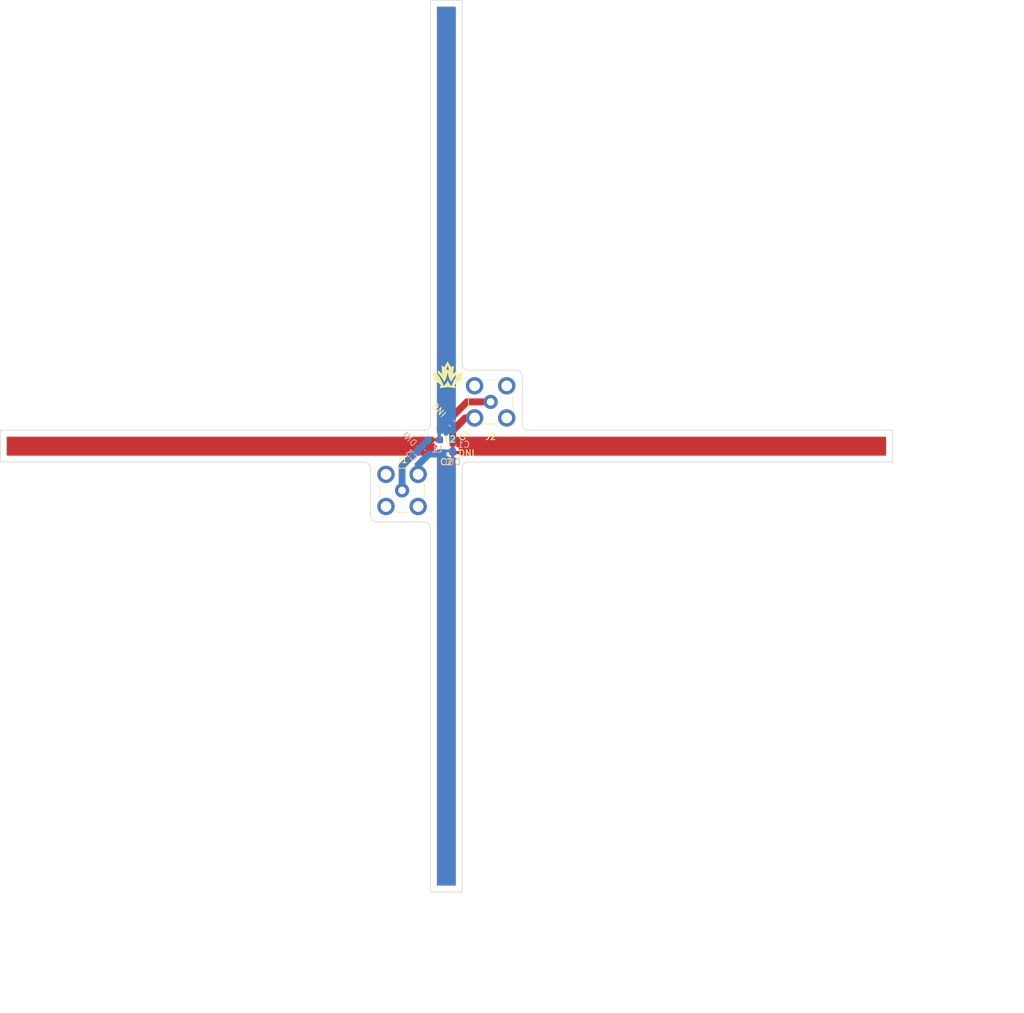
<source format=kicad_pcb>
(kicad_pcb (version 20211014) (generator pcbnew)
  (title_block (title "Antenna Prototype") (company "Waterloo Rocketry") (comment 1 "Rio Liu") (comment 2 "Rev 0"))
  (layers (0 "F.Cu" signal) (31 "B.Cu" signal) (34 "B.Paste" user) (35 "F.Paste" user) (36 "B.SilkS" user "B.Silkscreen") (37 "F.SilkS" user "F.Silkscreen") (38 "B.Mask" user) (39 "F.Mask" user) (44 "Edge.Cuts" user))
  (net 0 "")
  (net 1 "Net-(J1-Pad1)")
  (net 2 "/ANT1_N")
  (net 3 "/ANT2_N")
  (net 4 "/ANT1_P")
  (net 5 "/ANT2_P")
  (net 6 "Net-(J2-Pad1)")
  (footprint "Capacitor_SMD:C_0603_1608Metric_Pad1.08x0.95mm_HandSolder" (layer "F.Cu") (at 135.1375 109.5)
    (fp_text reference "C2" (at -0.146267 1.5) (layer "F.SilkS"))
    (fp_text value "DNI" (at 3.0625 0.1) (layer "F.SilkS"))
    (fp_line (start -0.146267 -0.51) (end 0.146267 -0.51) (layer "F.SilkS") (width 0.12))
    (fp_line (start -0.146267 0.51) (end 0.146267 0.51) (layer "F.SilkS") (width 0.12))
    (pad "1" smd roundrect (at -0.8625 0) (size 1.075 0.95) (layers "F.Cu" "F.Paste" "F.Mask") (net 5 "/ANT2_P"))
    (pad "2" smd roundrect (at 0.8625 0) (size 1.075 0.95) (layers "F.Cu" "F.Paste" "F.Mask") (net 3 "/ANT2_N"))
  )
  (footprint "Inductor_SMD:L_0603_1608Metric_Pad1.05x0.95mm_HandSolder" (layer "F.Cu") (at 134 106.625 90)
    (fp_text reference "L2" (at -0.775 1.6 180) (layer "F.SilkS"))
    (fp_text value "12n5" hide)
    (fp_line (start -0.171267 0.51) (end 0.171267 0.51) (layer "F.SilkS") (width 0.12))
    (fp_line (start -0.171267 -0.51) (end 0.171267 -0.51) (layer "F.SilkS") (width 0.12))
    (pad "1" smd roundrect (at -0.875 0 90) (size 1.05 0.95) (layers "F.Cu" "F.Paste" "F.Mask") (net 5 "/ANT2_P"))
    (pad "2" smd roundrect (at 0.875 0 90) (size 1.05 0.95) (layers "F.Cu" "F.Paste" "F.Mask") (net 6 "Net-(J2-Pad1)"))
  )
  (footprint "Connector_Coaxial:SMB_Jack_Vertical" (layer "F.Cu") (at 128 115.5)
    (fp_text reference "J1" (at 0 -4.85) (layer "F.SilkS"))
    (fp_text value "Conn_Coaxial" hide)
    (fp_line (start -1 -3.5052) (end 1 -3.5052) (layer "F.SilkS") (width 0.12))
    (fp_line (start 1 3.5052) (end -1 3.5052) (layer "F.SilkS") (width 0.12))
    (fp_line (start 3.5052 -1) (end 3.5052 1) (layer "F.SilkS") (width 0.12))
    (fp_line (start -3.5052 1) (end -3.5052 -1) (layer "F.SilkS") (width 0.12))
    (pad "" np_thru_hole circle (at -2.54 -2.54) (size 2.74 2.74) (drill 1.7) (layers F&B.Cu *.Mask))
    (pad "" np_thru_hole circle (at -2.54 2.54) (size 2.74 2.74) (drill 1.7) (layers F&B.Cu *.Mask))
    (pad "" np_thru_hole circle (at 2.54 2.54) (size 2.74 2.74) (drill 1.7) (layers F&B.Cu *.Mask))
    (pad "1" thru_hole circle (at 0 0) (size 2.24 2.24) (drill 1.2) (layers *.Cu *.Mask) (net 1 "Net-(J1-Pad1)"))
    (pad "2" thru_hole circle (at 2.54 -2.54) (size 2.74 2.74) (drill 1.7) (layers *.Cu *.Mask) (net 2 "/ANT1_N"))
  )
  (footprint "Capacitor_SMD:C_0603_1608Metric_Pad1.08x0.95mm_HandSolder" (layer "F.Cu") (at 135.89012 104.89012 -45)
    (fp_text reference "C4" (at 2.700978 0 225) (layer "F.SilkS"))
    (fp_text value "DNI" (at -2.955876 0 -45) (layer "F.SilkS"))
    (fp_line (start -0.146267 -0.51) (end 0.146267 -0.51) (layer "F.SilkS") (width 0.12))
    (fp_line (start -0.146267 0.51) (end 0.146267 0.51) (layer "F.SilkS") (width 0.12))
    (pad "1" smd roundrect (at -0.8625 0 315) (size 1.075 0.95) (layers "F.Cu" "F.Paste" "F.Mask") (net 6 "Net-(J2-Pad1)"))
    (pad "2" smd roundrect (at 0.8625 0 315) (size 1.075 0.95) (layers "F.Cu" "F.Paste" "F.Mask") (net 3 "/ANT2_N"))
  )
  (footprint "Connector_Coaxial:SMB_Jack_Vertical" (layer "F.Cu") (at 142 101.5)
    (fp_text reference "J2" (at 0 5.5) (layer "F.SilkS"))
    (fp_text value "Conn_Coaxial" hide)
    (fp_line (start 1 3.5052) (end -1 3.5052) (layer "F.SilkS") (width 0.12))
    (fp_line (start 3.5052 -1) (end 3.5052 1) (layer "F.SilkS") (width 0.12))
    (fp_line (start -3.5052 1) (end -3.5052 -1) (layer "F.SilkS") (width 0.12))
    (fp_line (start -1 -3.5052) (end 1 -3.5052) (layer "F.SilkS") (width 0.12))
    (pad "" np_thru_hole circle (at -2.54 -2.54) (size 2.74 2.74) (drill 1.7) (layers F&B.Cu *.Mask))
    (pad "" np_thru_hole circle (at 2.54 2.54) (size 2.74 2.74) (drill 1.7) (layers F&B.Cu *.Mask))
    (pad "" np_thru_hole circle (at 2.54 -2.54) (size 2.74 2.74) (drill 1.7) (layers F&B.Cu *.Mask))
    (pad "1" thru_hole circle (at 0 0) (size 2.24 2.24) (drill 1.2) (layers *.Cu *.Mask) (net 6 "Net-(J2-Pad1)"))
    (pad "2" thru_hole circle (at -2.54 2.54) (size 2.74 2.74) (drill 1.7) (layers *.Cu *.Mask) (net 3 "/ANT2_N"))
  )
  (footprint "Team_Logo:Logo_SilkScreen_5mm" (layer "F.Cu") (at 135.2 97.2)
    (fp_text reference "G***" hide)
    (fp_text value "LOGO" hide)
    (fp_poly (pts (xy -2.399303 -0.40603) (xy -2.379967 -0.4026) (xy -2.349648 -0.39697) (xy -2.309681 -0.389395) (xy -2.261401 -0.380129) (xy -2.206141 -0.369428) (xy -2.145238 -0.357545) (xy -2.080024 -0.344737) (xy -2.078906 -0.344516) (xy -1.998323 -0.328526) (xy -1.930525 -0.314818) (xy -1.874604 -0.303185) (xy -1.829652 -0.29342) (xy -1.794761 -0.285317) (xy -1.769022 -0.27867) (xy -1.751526 -0.273271) (xy -1.741367 -0.268915) (xy -1.738898 -0.267196) (xy -1.726426 -0.253773) (xy -1.707274 -0.230344) (xy -1.682553 -0.198434) (xy -1.653376 -0.159567) (xy -1.620856 -0.115268) (xy -1.586104 -0.067063) (xy -1.550233 -0.016476) (xy -1.514356 0.034969) (xy -1.479585 0.085745) (xy -1.457727 0.118234) (xy -1.354458 0.277334) (xy -1.253281 0.441776) (xy -1.155346 0.609429) (xy -1.061801 0.778163) (xy -0.973798 0.945847) (xy -0.892487 1.110352) (xy -0.819016 1.269546) (xy -0.755218 1.419617) (xy -0.739134 1.46063) (xy -0.72165 1.507438) (xy -0.703589 1.557618) (xy -0.68577 1.608749) (xy -0.669013 1.658409) (xy -0.65414 1.704176) (xy -0.64197 1.743629) (xy -0.633324 1.774346) (xy -0.629611 1.790372) (xy -0.625353 1.807015) (xy -0.62088 1.815845) (xy -0.619923 1.816274) (xy -0.613246 1.811234) (xy -0.598928 1.797142) (xy -0.578354 1.775541) (xy -0.552912 1.747973) (xy -0.523984 1.715981) (xy -0.492958 1.681108) (xy -0.461218 1.644897) (xy -0.430149 1.608889) (xy -0.401136 1.574628) (xy -0.379951 1.54904) (xy -0.315069 1.46714) (xy -0.25532 1.386123) (xy -0.198583 1.302812) (xy -0.142732 1.214035) (xy -0.085646 1.116615) (xy -0.059188 1.069471) (xy -0.039487 1.034757) (xy -0.021834 1.005166) (xy -0.00738 0.982505) (xy 0.002728 0.968579) (xy 0.007259 0.965088) (xy 0.012526 0.973146) (xy 0.022843 0.990848) (xy 0.036705 1.015556) (xy 0.052178 1.043836) (xy 0.129089 1.179716) (xy 0.207247 1.30481) (xy 0.28871 1.422225) (xy 0.375537 1.53507) (xy 0.386337 1.548357) (xy 0.412781 1.580211) (xy 0.442384 1.61504) (xy 0.473767 1.651306) (xy 0.505545 1.687468) (xy 0.536339 1.721989) (xy 0.564766 1.753329) (xy 0.589445 1.779948) (xy 0.608992 1.800309) (xy 0.622028 1.812872) (xy 0.626883 1.816274) (xy 0.631129 1.810181) (xy 0.63561 1.795069) (xy 0.636571 1.790372) (xy 0.641986 1.767926) (xy 0.651549 1.7349) (xy 0.66444 1.693717) (xy 0.679838 1.646799) (xy 0.696924 1.596567) (xy 0.714876 1.545443) (xy 0.732873 1.495849) (xy 0.750097 1.450206) (xy 0.762178 1.419617) (xy 0.825492 1.270701) (xy 0.897659 1.114261) (xy 0.977518 0.952442) (xy 1.063912 0.78739) (xy 1.155683 0.621251) (xy 1.251672 0.456171) (xy 1.350722 0.294296) (xy 1.451675 0.137772) (xy 1.463995 0.119251) (xy 1.497378 0.069822) (xy 1.532611 0.018694) (xy 1.568585 -0.032611) (xy 1.604188 -0.08257) (xy 1.638312 -0.129661) (xy 1.669845 -0.172361) (xy 1.697678 -0.209146) (xy 1.7207 -0.238496) (xy 1.737802 -0.258886) (xy 1.745553 -0.266921) (xy 1.752906 -0.270889) (xy 1.767791 -0.275934) (xy 1.791057 -0.282248) (xy 1.823552 -0.290023) (xy 1.866124 -0.299453) (xy 1.919624 -0.310729) (xy 1.984898 -0.324045) (xy 2.062795 -0.339593) (xy 2.085561 -0.344092) (xy 2.150866 -0.356936) (xy 2.211884 -0.368863) (xy 2.267281 -0.379618) (xy 2.315724 -0.388945) (xy 2.355878 -0.396588) (xy 2.386409 -0.402292) (xy 2.405985 -0.405802) (xy 2.413271 -0.406863) (xy 2.413282 -0.406857) (xy 2.411871 -0.400157) (xy 2.407357 -0.381354) (xy 2.400092 -0.351829) (xy 2.390424 -0.312961) (xy 2.378704 -0.266131) (xy 2.365282 -0.212718) (xy 2.350509 -0.154103) (xy 2.334733 -0.091666) (xy 2.318307 -0.026786) (xy 2.301579 0.039155) (xy 2.284899 0.104779) (xy 2.268619 0.168704) (xy 2.253087 0.229551) (xy 2.238655 0.28594) (xy 2.225672 0.336491) (xy 2.214488 0.379823) (xy 2.205454 0.414557) (xy 2.19892 0.439312) (xy 2.195235 0.452708) (xy 2.195076 0.453241) (xy 2.196765 0.458541) (xy 2.205068 0.466598) (xy 2.221059 0.478116) (xy 2.245815 0.493804) (xy 2.280413 0.514366) (xy 2.325929 0.540511) (xy 2.341465 0.549317) (xy 2.382695 0.57284) (xy 2.419584 0.594285) (xy 2.450494 0.612666) (xy 2.473786 0.626997) (xy 2.487821 0.636294) (xy 2.491288 0.6394) (xy 2.485575 0.643811) (xy 2.468909 0.655347) (xy 2.442003 0.673538) (xy 2.405567 0.697913) (xy 2.360312 0.728004) (xy 2.30695 0.76334) (xy 2.246192 0.803452) (xy 2.178749 0.84787) (xy 2.105332 0.896125) (xy 2.026653 0.947746) (xy 1.943423 1.002264) (xy 1.856352 1.05921) (xy 1.788519 1.103515) (xy 1.699009 1.162002) (xy 1.6128 1.218441) (xy 1.530605 1.27236) (xy 1.453136 1.323288) (xy 1.381103 1.370752) (xy 1.315218 1.414282) (xy 1.256194 1.453407) (xy 1.204741 1.487654) (xy 1.161572 1.516551) (xy 1.127398 1.539629) (xy 1.10293 1.556414) (xy 1.088881 1.566436) (xy 1.085609 1.569233) (xy 1.087617 1.577185) (xy 1.093405 1.596948) (xy 1.102527 1.627073) (xy 1.114537 1.666109) (xy 1.128987 1.712609) (xy 1.14543 1.765123) (xy 1.163421 1.8222) (xy 1.169899 1.842667) (xy 1.188187 1.900842) (xy 1.204891 1.954858) (xy 1.219588 2.003284) (xy 1.231858 2.044691) (xy 1.241279 2.077649) (xy 1.247428 2.100726) (xy 1.249885 2.112494) (xy 1.24979 2.113681) (xy 1.242366 2.113537) (xy 1.222111 2.111817) (xy 1.190012 2.108631) (xy 1.147052 2.10409) (xy 1.094217 2.098305) (xy 1.032491 2.091385) (xy 0.962861 2.083441) (xy 0.886309 2.074584) (xy 0.803823 2.064924) (xy 0.716386 2.054571) (xy 0.624983 2.043637) (xy 0.624365 2.043562) (xy 0.00348 1.968904) (xy -0.604682 2.042206) (xy -0.695479 2.053127) (xy -0.782541 2.063557) (xy -0.864846 2.073374) (xy -0.941372 2.08246) (xy -1.011098 2.090694) (xy -1.073003 2.097956) (xy -1.126065 2.104126) (xy -1.169262 2.109085) (xy -1.201573 2.112712) (xy -1.221976 2.114888) (xy -1.229244 2.115507) (xy -1.241843 2.113419) (xy -1.245644 2.109732) (xy -1.243606 2.102038) (xy -1.237792 2.082534) (xy -1.228652 2.052669) (xy -1.216636 2.013894) (xy -1.202194 1.967658) (xy -1.185777 1.915412) (xy -1.167833 1.858605) (xy -1.162137 1.840631) (xy -1.143807 1.782644) (xy -1.126871 1.728704) (xy -1.111779 1.680273) (xy -1.098982 1.638814) (xy -1.08893 1.605788) (xy -1.082074 1.582658) (xy -1.078865 1.570887) (xy -1.07868 1.56979) (xy -1.084401 1.565101) (xy -1.101077 1.553295) (xy -1.127996 1.534844) (xy -1.164447 1.51022) (xy -1.209717 1.479894) (xy -1.263097 1.44434) (xy -1.323873 1.404028) (xy -1.391335 1.359433) (xy -1.464771 1.311025) (xy -1.54347 1.259276) (xy -1.626719 1.20466) (xy -1.713808 1.147648) (xy -1.781529 1.103395) (xy -1.871025 1.044918) (xy -1.957219 0.988516) (xy -2.039398 0.934658) (xy -2.116852 0.883814) (xy -2.18887 0.836454) (xy -2.254741 0.793047) (xy -2.313754 0.754064) (xy -2.365197 0.719972) (xy -2.408359 0.691244) (xy -2.442529 0.668346) (xy -2.466997 0.651751) (xy -2.48105 0.641926) (xy -2.484328 0.63928) (xy -2.478524 0.634556) (xy -2.462203 0.624037) (xy -2.437005 0.608707) (xy -2.404568 0.58955) (xy -2.366532 0.567549) (xy -2.334506 0.549317) (xy -2.285592 0.521406) (xy -2.247911 0.499284) (xy -2.220387 0.482243) (xy -2.201943 0.469578) (xy -2.191503 0.460582) (xy -2.18799 0.454548) (xy -2.188116 0.453241) (xy -2.191584 0.440724) (xy -2.197926 0.416746) (xy -2.206793 0.382687) (xy -2.217835 0.339928) (xy -2.230701 0.289849) (xy -2.245041 0.233829) (xy -2.260505 0.17325) (xy -2.276744 0.109492) (xy -2.293407 0.043934) (xy -2.310143 -0.022043) (xy -2.326604 -0.087059) (xy -2.342438 -0.149733) (xy -2.357295 -0.208686) (xy -2.370827 -0.262537) (xy -2.382681 -0.309906) (xy -2.392509 -0.349412) (xy -2.39996 -0.379676) (xy -2.404685 -0.399318) (xy -2.406332 -0.406956) (xy -2.406323 -0.407006) (xy -2.399303 -0.40603)) (layer "F.SilkS") (width 0.01) (fill solid))
    (fp_poly (pts (xy 0.007914 -2.102095) (xy 0.018516 -2.084931) (xy 0.034733 -2.057506) (xy 0.056017 -2.020785) (xy 0.081817 -1.975731) (xy 0.111583 -1.92331) (xy 0.144765 -1.864485) (xy 0.180813 -1.800222) (xy 0.219176 -1.731483) (xy 0.252447 -1.671606) (xy 0.292369 -1.599633) (xy 0.330398 -1.531105) (xy 0.365983 -1.467012) (xy 0.398574 -1.408344) (xy 0.427619 -1.356092) (xy 0.452569 -1.311245) (xy 0.472873 -1.274795) (xy 0.48798 -1.24773) (xy 0.497339 -1.231042) (xy 0.500334 -1.225803) (xy 0.504557 -1.224399) (xy 0.51441 -1.22605) (xy 0.530913 -1.231149) (xy 0.55509 -1.240091) (xy 0.587962 -1.253272) (xy 0.630551 -1.271084) (xy 0.68388 -1.293924) (xy 0.740783 -1.318615) (xy 0.794229 -1.34174) (xy 0.843633 -1.362802) (xy 0.887555 -1.38121) (xy 0.924557 -1.396375) (xy 0.953199 -1.407707) (xy 0.972043 -1.414618) (xy 0.979651 -1.416518) (xy 0.9797 -1.416483) (xy 0.97968 -1.409077) (xy 0.978395 -1.388792) (xy 0.97593 -1.356601) (xy 0.972371 -1.313478) (xy 0.967805 -1.260395) (xy 0.962318 -1.198327) (xy 0.955995 -1.128245) (xy 0.948924 -1.051124) (xy 0.94119 -0.967936) (xy 0.93288 -0.879655) (xy 0.92408 -0.787253) (xy 0.922606 -0.771887) (xy 0.913721 -0.678942) (xy 0.905282 -0.589986) (xy 0.897379 -0.50599) (xy 0.890099 -0.427923) (xy 0.883532 -0.356756) (xy 0.877764 -0.293459) (xy 0.872885 -0.239002) (xy 0.868983 -0.194357) (xy 0.866146 -0.160493) (xy 0.864462 -0.138381) (xy 0.86402 -0.12899) (xy 0.864073 -0.128731) (xy 0.869652 -0.132689) (xy 0.884688 -0.145113) (xy 0.908257 -0.165197) (xy 0.939434 -0.192137) (xy 0.977296 -0.225127) (xy 1.020918 -0.263364) (xy 1.069376 -0.306041) (xy 1.121745 -0.352354) (xy 1.168061 -0.39346) (xy 1.223108 -0.442306) (xy 1.2751 -0.488277) (xy 1.3231 -0.530555) (xy 1.366174 -0.568324) (xy 1.403385 -0.600767) (xy 1.433797 -0.627069) (xy 1.456475 -0.646413) (xy 1.470482 -0.657982) (xy 1.474853 -0.661095) (xy 1.476978 -0.659537) (xy 1.480242 -0.654092) (xy 1.485099 -0.643602) (xy 1.492001 -0.626911) (xy 1.501401 -0.602862) (xy 1.513751 -0.570298) (xy 1.529503 -0.528061) (xy 1.549111 -0.474996) (xy 1.571753 -0.413417) (xy 1.592427 -0.357108) (xy 1.533126 -0.288698) (xy 1.456616 -0.198194) (xy 1.376367 -0.099105) (xy 1.293504 0.00696) (xy 1.209153 0.118391) (xy 1.12444 0.233578) (xy 1.04049 0.350911) (xy 0.958429 0.468779) (xy 0.879382 0.585573) (xy 0.804476 0.699683) (xy 0.734836 0.809499) (xy 0.671587 0.91341) (xy 0.615856 1.009807) (xy 0.582192 1.071437) (xy 0.544401 1.142623) (xy 0.521445 1.109258) (xy 0.477684 1.040895) (xy 0.432339 0.961222) (xy 0.3865 0.872587) (xy 0.341257 0.777337) (xy 0.297702 0.677821) (xy 0.256925 0.576387) (xy 0.220016 0.475383) (xy 0.201808 0.421014) (xy 0.168975 0.31398) (xy 0.136111 0.196397) (xy 0.104045 0.071606) (xy 0.073605 -0.057052) (xy 0.045619 -0.186234) (xy 0.023846 -0.296803) (xy 0.004129 -0.402236) (xy -0.031696 -0.223734) (xy -0.071287 -0.037848) (xy -0.112993 0.13529) (xy -0.15719 0.296738) (xy -0.204253 0.447556) (xy -0.254557 0.588803) (xy -0.308478 0.721539) (xy -0.366391 0.846822) (xy -0.42867 0.965714) (xy -0.489731 1.069689) (xy -0.506356 1.096104) (xy -0.520568 1.117856) (xy -0.530643 1.132356) (xy -0.534554 1.136989) (xy -0.539719 1.132639) (xy -0.549334 1.11834) (xy -0.561763 1.096659) (xy -0.569037 1.082849) (xy -0.609485 1.007484) (xy -0.658109 0.923061) (xy -0.713921 0.830995) (xy -0.775934 0.732702) (xy -0.843159 0.629597) (xy -0.914609 0.523097) (xy -0.989296 0.414616) (xy -1.066231 0.305572) (xy -1.144426 0.197379) (xy -1.222894 0.091454) (xy -1.300647 -0.010787) (xy -1.376696 -0.10793) (xy -1.450053 -0.198558) (xy -1.519731 -0.281255) (xy -1.526167 -0.288698) (xy -1.585467 -0.357108) (xy -1.564794 -0.413417) (xy -1.541096 -0.477864) (xy -1.521684 -0.530382) (xy -1.506108 -0.572126) (xy -1.493915 -0.604252) (xy -1.484653 -0.627918) (xy -1.47787 -0.644278) (xy -1.473114 -0.65449) (xy -1.469933 -0.659709) (xy -1.467968 -0.661095) (xy -1.461878 -0.656599) (xy -1.446336 -0.643655) (xy -1.42228 -0.623079) (xy -1.390645 -0.595687) (xy -1.352366 -0.562294) (xy -1.30838 -0.523717) (xy -1.259622 -0.480772) (xy -1.207029 -0.434274) (xy -1.161099 -0.393538) (xy -1.106136 -0.344809) (xy -1.054313 -0.299038) (xy -1.006554 -0.257027) (xy -0.963782 -0.219582) (xy -0.926922 -0.187508) (xy -0.896898 -0.16161) (xy -0.874634 -0.142691) (xy -0.861055 -0.131556) (xy -0.857036 -0.128808) (xy -0.857275 -0.135991) (xy -0.85877 -0.156056) (xy -0.861433 -0.188034) (xy -0.865175 -0.230953) (xy -0.869907 -0.283845) (xy -0.875541 -0.345739) (xy -0.881989 -0.415664) (xy -0.889162 -0.49265) (xy -0.896973 -0.575728) (xy -0.905331 -0.663927) (xy -0.906411 -0.675241) (xy -0.24938 -0.675241) (xy -0.246837 -0.674499) (xy -0.236612 -0.68203) (xy -0.220832 -0.696236) (xy -0.21879 -0.698194) (xy -0.194172 -0.718687) (xy -0.163582 -0.739692) (xy -0.135698 -0.755571) (xy -0.073588 -0.779156) (xy -0.010539 -0.789226) (xy 0.052073 -0.78599) (xy 0.112872 -0.769657) (xy 0.170481 -0.740437) (xy 0.220452 -0.701447) (xy 0.238262 -0.685581) (xy 0.250904 -0.675876) (xy 0.256292 -0.673876) (xy 0.256181 -0.675013) (xy 0.253497 -0.683383) (xy 0.247047 -0.703849) (xy 0.237204 -0.735219) (xy 0.224341 -0.776302) (xy 0.20883 -0.825904) (xy 0.191044 -0.882836) (xy 0.171357 -0.945903) (xy 0.15014 -1.013915) (xy 0.12888 -1.082109) (xy 0.106647 -1.1534) (xy 0.085658 -1.220629) (xy 0.066273 -1.282639) (xy 0.048857 -1.338272) (xy 0.033771 -1.386372) (xy 0.02138 -1.425781) (xy 0.012046 -1.455342) (xy 0.006131 -1.473897) (xy 0.004004 -1.480288) (xy 0.00177 -1.474112) (xy -0.004235 -1.45579) (xy -0.013648 -1.426464) (xy -0.026109 -1.387278) (xy -0.041255 -1.339376) (xy -0.058726 -1.2839) (xy -0.078159 -1.221995) (xy -0.099193 -1.154804) (xy -0.121417 -1.08363) (xy -0.143799 -1.011891) (xy -0.165009 -0.943968) (xy -0.184676 -0.881049) (xy -0.202427 -0.824323) (xy -0.217888 -0.774979) (xy -0.230689 -0.734205) (xy -0.240456 -0.703189) (xy -0.246817 -0.683121) (xy -0.24938 -0.675241) (xy -0.906411 -0.675241) (xy -0.91415 -0.756276) (xy -0.915647 -0.771887) (xy -0.924518 -0.864869) (xy -0.932912 -0.95389) (xy -0.940743 -1.037977) (xy -0.947924 -1.116157) (xy -0.954369 -1.187457) (xy -0.959992 -1.250902) (xy -0.964707 -1.305521) (xy -0.968428 -1.350339) (xy -0.971069 -1.384383) (xy -0.972543 -1.40668) (xy -0.972765 -1.416258) (xy -0.972677 -1.416546) (xy -0.965514 -1.414872) (xy -0.947062 -1.408168) (xy -0.918764 -1.397026) (xy -0.882062 -1.382034) (xy -0.838401 -1.363782) (xy -0.789225 -1.342861) (xy -0.735976 -1.319861) (xy -0.734875 -1.319382) (xy -0.681614 -1.29623) (xy -0.632494 -1.274931) (xy -0.588947 -1.256101) (xy -0.552404 -1.240358) (xy -0.524295 -1.228317) (xy -0.506051 -1.220595) (xy -0.499105 -1.217809) (xy -0.499091 -1.217808) (xy -0.495415 -1.223739) (xy -0.48554 -1.240897) (xy -0.469998 -1.268328) (xy -0.449323 -1.305078) (xy -0.424048 -1.350194) (xy -0.394707 -1.402721) (xy -0.361833 -1.461707) (xy -0.32596 -1.526196) (xy -0.287622 -1.595237) (xy -0.250089 -1.662934) (xy -0.209851 -1.735394) (xy -0.171468 -1.804189) (xy -0.135484 -1.868364) (xy -0.102442 -1.926964) (xy -0.072887 -1.979033) (xy -0.047362 -2.023618) (xy -0.026413 -2.059762) (xy -0.010582 -2.086511) (xy -0.000415 -2.102909) (xy 0.00348 -2.108033) (xy 0.007914 -2.102095)) (layer "F.SilkS") (width 0.01) (fill solid))
  )
  (footprint "Inductor_SMD:L_0603_1608Metric_Pad1.05x0.95mm_HandSolder" (layer "B.Cu") (at 133 107.5 180)
    (fp_text reference "L1" (at -0.5 -1.5) (layer "B.SilkS") (effects (justify mirror)))
    (fp_text value "12n5" hide)
    (fp_line (start -0.171267 -0.51) (end 0.171267 -0.51) (layer "B.SilkS") (width 0.12))
    (fp_line (start -0.171267 0.51) (end 0.171267 0.51) (layer "B.SilkS") (width 0.12))
    (pad "1" smd roundrect (at -0.875 0 180) (size 1.05 0.95) (layers "B.Cu" "B.Paste" "B.Mask") (net 4 "/ANT1_P"))
    (pad "2" smd roundrect (at 0.875 0 180) (size 1.05 0.95) (layers "B.Cu" "B.Paste" "B.Mask") (net 1 "Net-(J1-Pad1)"))
  )
  (footprint "Capacitor_SMD:C_0603_1608Metric_Pad1.08x0.95mm_HandSolder" (layer "B.Cu") (at 136 108.3875 -90)
    (fp_text reference "C1" (at -0.146267 -1.75 180) (layer "B.SilkS") (effects (justify mirror)))
    (fp_text value "DNI" (at 2.6125 0 180) (layer "B.SilkS") (effects (justify mirror)))
    (fp_line (start -0.146267 0.51) (end 0.146267 0.51) (layer "B.SilkS") (width 0.12))
    (fp_line (start -0.146267 -0.51) (end 0.146267 -0.51) (layer "B.SilkS") (width 0.12))
    (pad "1" smd roundrect (at -0.8625 0 270) (size 1.075 0.95) (layers "B.Cu" "B.Paste" "B.Mask") (net 4 "/ANT1_P"))
    (pad "2" smd roundrect (at 0.8625 0 270) (size 1.075 0.95) (layers "B.Cu" "B.Paste" "B.Mask") (net 2 "/ANT1_N"))
  )
  (footprint "Capacitor_SMD:C_0603_1608Metric_Pad1.08x0.95mm_HandSolder" (layer "B.Cu") (at 131.25 109.5 -45)
    (fp_text reference "C3" (at -0.883883 1.59099 135) (layer "B.SilkS") (effects (justify mirror)))
    (fp_text value "DNI" (at -2.934493 -0.035355 135) (layer "B.SilkS") (effects (justify mirror)))
    (fp_line (start -0.146267 0.51) (end 0.146267 0.51) (layer "B.SilkS") (width 0.12))
    (fp_line (start -0.146267 -0.51) (end 0.146267 -0.51) (layer "B.SilkS") (width 0.12))
    (pad "1" smd roundrect (at -0.8625 0 315) (size 1.075 0.95) (layers "B.Cu" "B.Paste" "B.Mask") (net 1 "Net-(J1-Pad1)"))
    (pad "2" smd roundrect (at 0.8625 0 315) (size 1.075 0.95) (layers "B.Cu" "B.Paste" "B.Mask") (net 2 "/ANT1_N"))
  )
  (gr_rect (start 127.5 134) (end 127.5 134) (layer "F.Cu") (width 0.2) (fill none))
  (gr_line (start 137.5 112) (end 137.5 179) (layer "Edge.Cuts") (width 0.1))
  (gr_arc (start 138.5 96.5) (mid 137.792893 96.207107) (end 137.5 95.5) (layer "Edge.Cuts") (width 0.1))
  (gr_line (start 147 97.5) (end 147 105) (layer "Edge.Cuts") (width 0.1))
  (gr_arc (start 148 106) (mid 147.292893 105.707107) (end 147 105) (layer "Edge.Cuts") (width 0.1))
  (gr_line (start 132.5 105) (end 132.5 38) (layer "Edge.Cuts") (width 0.1))
  (gr_arc (start 131.5 120.5) (mid 132.207107 120.792893) (end 132.5 121.5) (layer "Edge.Cuts") (width 0.1))
  (gr_line (start 122 111) (end 64.5 111) (layer "Edge.Cuts") (width 0.1))
  (gr_arc (start 137.5 112) (mid 137.792893 111.292893) (end 138.5 111) (layer "Edge.Cuts") (width 0.1))
  (gr_line (start 137.5 179) (end 132.5 179) (layer "Edge.Cuts") (width 0.1))
  (gr_arc (start 132.5 105) (mid 132.207107 105.707107) (end 131.5 106) (layer "Edge.Cuts") (width 0.1))
  (gr_line (start 137.5 38) (end 137.5 95.5) (layer "Edge.Cuts") (width 0.1))
  (gr_line (start 205.5 111) (end 205.5 106) (layer "Edge.Cuts") (width 0.1))
  (gr_line (start 205.5 111) (end 138.5 111) (layer "Edge.Cuts") (width 0.1))
  (gr_line (start 138.5 96.5) (end 146 96.5) (layer "Edge.Cuts") (width 0.1))
  (gr_line (start 123 119.5) (end 123 112) (layer "Edge.Cuts") (width 0.1))
  (gr_arc (start 122 111) (mid 122.707107 111.292893) (end 123 112) (layer "Edge.Cuts") (width 0.1))
  (gr_arc (start 146 96.5) (mid 146.707107 96.792893) (end 147 97.5) (layer "Edge.Cuts") (width 0.1))
  (gr_arc (start 124 120.5) (mid 123.292893 120.207107) (end 123 119.5) (layer "Edge.Cuts") (width 0.1))
  (gr_line (start 131.5 120.5) (end 124 120.5) (layer "Edge.Cuts") (width 0.1))
  (gr_line (start 137.5 38) (end 132.5 38) (layer "Edge.Cuts") (width 0.1))
  (gr_line (start 64.5 111) (end 64.499999 106) (layer "Edge.Cuts") (width 0.1))
  (gr_line (start 148 106) (end 205.5 106) (layer "Edge.Cuts") (width 0.1))
  (gr_line (start 132.5 179) (end 132.5 121.5) (layer "Edge.Cuts") (width 0.1))
  (gr_line (start 64.499999 106) (end 131.5 106) (layer "Edge.Cuts") (width 0.1))
  (segment (start 128 111.625) (end 132.125 107.5) (width 1.09) (layer "B.Cu") (net 1))
  (segment (start 128 115.5) (end 128 111.625) (width 1.09) (layer "B.Cu") (net 1))
  (segment (start 130.54 112.96) (end 130.54 111.46) (width 1.09) (layer "B.Cu") (net 2))
  (segment (start 132.25 109.75) (end 134.25 109.75) (width 1.09) (layer "B.Cu") (net 2))
  (segment (start 130.54 111.46) (end 132.25 109.75) (width 1.09) (layer "B.Cu") (net 2))
  (segment (start 136 106.08) (end 136 107.5) (width 1.09) (layer "F.Cu") (net 3))
  (segment (start 139.46 104.04) (end 137.96 104.04) (width 1.09) (layer "F.Cu") (net 3))
  (segment (start 137.96 104.04) (end 136.5 105.5) (width 1.09) (layer "F.Cu") (net 3))
  (segment (start 137.54 104.54) (end 136 106.08) (width 1.09) (layer "F.Cu") (net 3))
  (segment (start 138.25 101.5) (end 134 105.75) (width 1.09) (layer "F.Cu") (net 6))
  (segment (start 142 101.5) (end 138.25 101.5) (width 1.09) (layer "F.Cu") (net 6))
  (zone (net 5) (net_name "/ANT2_P") (layer "F.Cu") (connect_pads (clearance 0.508)) (min_thickness 0.254) (fill yes (thermal_gap 0.508) (thermal_bridge_width 0.508))
    (polygon (pts (xy 134.5 110) (xy 65.5 110) (xy 65.5 107) (xy 134.5 107)))
  )
  (zone (net 3) (net_name "/ANT2_N") (layer "F.Cu") (connect_pads (clearance 0.508)) (min_thickness 0.254) (fill yes (thermal_gap 0.508) (thermal_bridge_width 0.508))
    (polygon (pts (xy 135.5 107) (xy 204.5 107) (xy 204.5 110) (xy 135.5 110)))
  )
  (zone (net 4) (net_name "/ANT1_P") (layer "B.Cu") (connect_pads (clearance 0.508)) (min_thickness 0.254) (fill yes (thermal_gap 0.508) (thermal_bridge_width 0.508))
    (polygon (pts (xy 136.5 108) (xy 136.5 39) (xy 133.5 39) (xy 133.5 108)))
  )
  (zone (net 2) (net_name "/ANT1_N") (layer "B.Cu") (connect_pads (clearance 0.508)) (min_thickness 0.254) (fill yes (thermal_gap 0.508) (thermal_bridge_width 0.508))
    (polygon (pts (xy 133.5 109) (xy 133.5 178) (xy 136.5 178) (xy 136.5 109)))
  )
)
</source>
